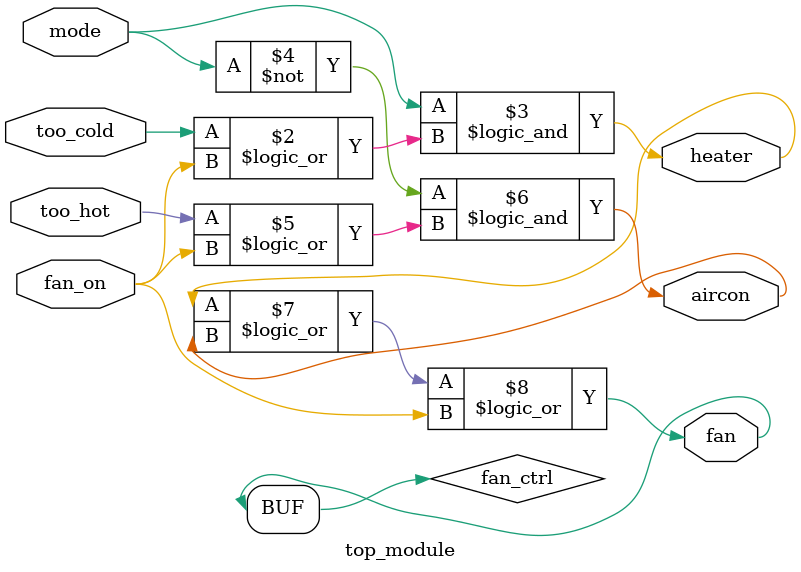
<source format=sv>
module top_module(
  input mode,
  input too_cold, 
  input too_hot,
  input fan_on,
  output heater,
  output aircon,
  output fan
);

  // Internal signals
  wire fan_ctrl;
  
  // Assignments
  assign heater = (mode == 1) && (too_cold || fan_on);
  assign aircon = (mode == 0) && (too_hot || fan_on);
  assign fan_ctrl = heater || aircon || fan_on;
  assign fan = fan_ctrl;
  
endmodule

</source>
